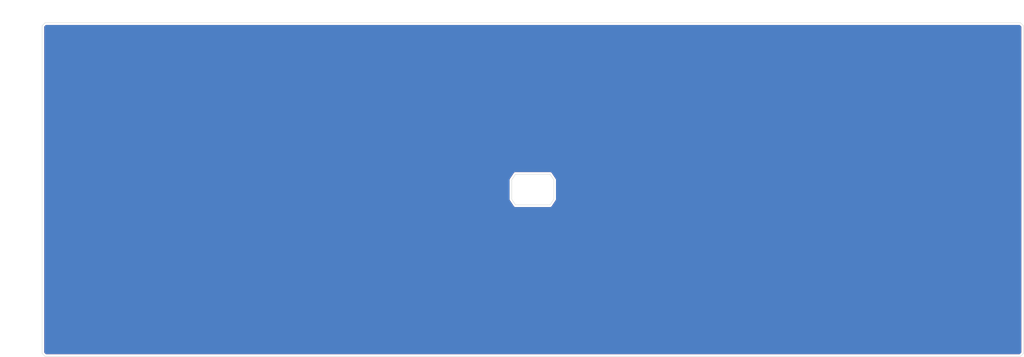
<source format=kicad_pcb>
(kicad_pcb (version 20171130) (host pcbnew "(5.0.1)-3")

  (general
    (thickness 1.6)
    (drawings 23)
    (tracks 0)
    (zones 0)
    (modules 1)
    (nets 1)
  )

  (page A4)
  (layers
    (0 F.Cu signal)
    (31 B.Cu signal)
    (32 B.Adhes user)
    (33 F.Adhes user)
    (34 B.Paste user)
    (35 F.Paste user)
    (36 B.SilkS user)
    (37 F.SilkS user)
    (38 B.Mask user)
    (39 F.Mask user)
    (40 Dwgs.User user)
    (41 Cmts.User user)
    (42 Eco1.User user)
    (43 Eco2.User user)
    (44 Edge.Cuts user)
    (45 Margin user)
    (46 B.CrtYd user)
    (47 F.CrtYd user)
    (48 B.Fab user)
    (49 F.Fab user)
  )

  (setup
    (last_trace_width 0.25)
    (user_trace_width 0.5)
    (trace_clearance 0.2)
    (zone_clearance 0.508)
    (zone_45_only no)
    (trace_min 0.2)
    (segment_width 0.2)
    (edge_width 0.1)
    (via_size 0.8)
    (via_drill 0.4)
    (via_min_size 0.4)
    (via_min_drill 0.3)
    (uvia_size 0.3)
    (uvia_drill 0.1)
    (uvias_allowed no)
    (uvia_min_size 0.2)
    (uvia_min_drill 0.1)
    (pcb_text_width 0.3)
    (pcb_text_size 1.5 1.5)
    (mod_edge_width 0.15)
    (mod_text_size 1 1)
    (mod_text_width 0.15)
    (pad_size 2.2 2.2)
    (pad_drill 2.2)
    (pad_to_mask_clearance 0)
    (solder_mask_min_width 0.25)
    (aux_axis_origin 0 0)
    (visible_elements 7FFFFFFF)
    (pcbplotparams
      (layerselection 0x010fc_ffffffff)
      (usegerberextensions false)
      (usegerberattributes false)
      (usegerberadvancedattributes false)
      (creategerberjobfile false)
      (excludeedgelayer true)
      (linewidth 0.100000)
      (plotframeref false)
      (viasonmask false)
      (mode 1)
      (useauxorigin false)
      (hpglpennumber 1)
      (hpglpenspeed 20)
      (hpglpendiameter 15.000000)
      (psnegative false)
      (psa4output false)
      (plotreference true)
      (plotvalue true)
      (plotinvisibletext false)
      (padsonsilk false)
      (subtractmaskfromsilk false)
      (outputformat 1)
      (mirror false)
      (drillshape 1)
      (scaleselection 1)
      (outputdirectory ""))
  )

  (net 0 "")

  (net_class Default "これはデフォルトのネット クラスです。"
    (clearance 0.2)
    (trace_width 0.25)
    (via_dia 0.8)
    (via_drill 0.4)
    (uvia_dia 0.3)
    (uvia_drill 0.1)
  )

  (module logos:salicylic-acid2m (layer B.Cu) (tedit 0) (tstamp 5CB4D529)
    (at 263 136.15 180)
    (fp_text reference G*** (at 0 0 180) (layer B.SilkS) hide
      (effects (font (size 1.524 1.524) (thickness 0.3)) (justify mirror))
    )
    (fp_text value LOGO (at 0.75 0 180) (layer B.SilkS) hide
      (effects (font (size 1.524 1.524) (thickness 0.3)) (justify mirror))
    )
    (fp_poly (pts (xy -3.65284 0.356344) (xy -3.567656 0.310362) (xy -3.437364 0.238461) (xy -3.268797 0.144517)
      (xy -3.068786 0.032406) (xy -2.844164 -0.093997) (xy -2.601763 -0.230816) (xy -2.348415 -0.374176)
      (xy -2.090952 -0.5202) (xy -1.836207 -0.665014) (xy -1.591011 -0.804741) (xy -1.362197 -0.935507)
      (xy -1.156598 -1.053436) (xy -0.981044 -1.154651) (xy -0.842369 -1.235278) (xy -0.747405 -1.291442)
      (xy -0.702983 -1.319265) (xy -0.701264 -1.32061) (xy -0.696339 -1.363601) (xy -0.720718 -1.436348)
      (xy -0.723725 -1.442496) (xy -0.772268 -1.540486) (xy -0.82692 -1.6523) (xy -0.834496 -1.667934)
      (xy -0.880207 -1.746379) (xy -0.920609 -1.78973) (xy -0.930568 -1.792865) (xy -0.965912 -1.776084)
      (xy -1.054243 -1.728709) (xy -1.189852 -1.653945) (xy -1.367026 -1.554997) (xy -1.580058 -1.435073)
      (xy -1.823236 -1.297376) (xy -2.090851 -1.145114) (xy -2.377192 -0.981491) (xy -2.443695 -0.943392)
      (xy -3.92219 -0.095988) (xy -3.818719 0.138272) (xy -3.765637 0.250351) (xy -3.719576 0.333211)
      (xy -3.689203 0.371544) (xy -3.686084 0.372533) (xy -3.65284 0.356344)) (layer B.Mask) (width 0.01))
    (fp_poly (pts (xy -6.333067 -5.08) (xy -6.841067 -5.08) (xy -6.841067 -1.490134) (xy -6.333067 -1.490134)
      (xy -6.333067 -5.08)) (layer B.Mask) (width 0.01))
    (fp_poly (pts (xy -0.963019 -4.611786) (xy -0.926551 -4.665818) (xy -0.876676 -4.759859) (xy -0.835438 -4.848434)
      (xy -0.751418 -5.040201) (xy -2.167875 -5.889834) (xy -2.449622 -6.058466) (xy -2.713966 -6.21597)
      (xy -2.955188 -6.358989) (xy -3.167566 -6.484166) (xy -3.345383 -6.588142) (xy -3.482919 -6.66756)
      (xy -3.574454 -6.719063) (xy -3.61427 -6.739293) (xy -3.615185 -6.739467) (xy -3.644264 -6.711373)
      (xy -3.692483 -6.637233) (xy -3.750085 -6.532265) (xy -3.757839 -6.516979) (xy -3.809251 -6.403693)
      (xy -3.838827 -6.31565) (xy -3.841263 -6.269008) (xy -3.839819 -6.267252) (xy -3.805565 -6.244922)
      (xy -3.718884 -6.191429) (xy -3.585549 -6.110256) (xy -3.411335 -6.004888) (xy -3.202016 -5.878809)
      (xy -2.963365 -5.735502) (xy -2.701157 -5.578452) (xy -2.421165 -5.411143) (xy -2.40829 -5.403459)
      (xy -2.078176 -5.206878) (xy -1.801336 -5.043108) (xy -1.573235 -4.909664) (xy -1.389335 -4.804061)
      (xy -1.245102 -4.723815) (xy -1.135999 -4.666441) (xy -1.057489 -4.629454) (xy -1.005038 -4.61037)
      (xy -0.974109 -4.606703) (xy -0.963019 -4.611786)) (layer B.Mask) (width 0.01))
    (fp_poly (pts (xy 1.6256 5.249333) (xy 2.404533 5.249333) (xy 2.404533 5.9944) (xy 2.709333 5.9944)
      (xy 2.709333 4.1656) (xy 2.404533 4.1656) (xy 2.404533 4.9784) (xy 1.6256 4.9784)
      (xy 1.6256 4.1656) (xy 1.3208 4.1656) (xy 1.3208 5.9944) (xy 1.6256 5.9944)
      (xy 1.6256 5.249333)) (layer B.Mask) (width 0.01))
    (fp_poly (pts (xy 0.39018 5.963724) (xy 0.582265 5.872552) (xy 0.739466 5.736759) (xy 0.74608 5.728892)
      (xy 0.855823 5.547013) (xy 0.922974 5.329541) (xy 0.947294 5.093742) (xy 0.928546 4.856879)
      (xy 0.86649 4.636218) (xy 0.763707 4.452695) (xy 0.620093 4.314337) (xy 0.437727 4.212464)
      (xy 0.236373 4.154134) (xy 0.035792 4.146405) (xy -0.0508 4.161793) (xy -0.246948 4.242568)
      (xy -0.420901 4.370646) (xy -0.557295 4.531876) (xy -0.638029 4.702672) (xy -0.663294 4.838075)
      (xy -0.675039 5.011829) (xy -0.674383 5.08) (xy -0.353644 5.08) (xy -0.335157 4.8514)
      (xy -0.277725 4.673039) (xy -0.178393 4.537775) (xy -0.105059 4.479313) (xy 0.049296 4.414016)
      (xy 0.211255 4.414069) (xy 0.364068 4.475633) (xy 0.483803 4.583628) (xy 0.562696 4.736771)
      (xy 0.602705 4.939877) (xy 0.608856 5.077774) (xy 0.587917 5.307022) (xy 0.526115 5.494861)
      (xy 0.427175 5.636031) (xy 0.294819 5.725268) (xy 0.132771 5.75731) (xy 0.128011 5.757333)
      (xy -0.032781 5.726611) (xy -0.165581 5.63842) (xy -0.266146 5.498724) (xy -0.330238 5.313487)
      (xy -0.353615 5.088672) (xy -0.353644 5.08) (xy -0.674383 5.08) (xy -0.673265 5.195915)
      (xy -0.657971 5.362315) (xy -0.638029 5.457327) (xy -0.565434 5.609312) (xy -0.44788 5.759249)
      (xy -0.304955 5.884552) (xy -0.224961 5.933591) (xy -0.030476 5.997836) (xy 0.180252 6.006682)
      (xy 0.39018 5.963724)) (layer B.Mask) (width 0.01))
    (fp_poly (pts (xy -1.574087 5.963724) (xy -1.382001 5.872552) (xy -1.224801 5.736759) (xy -1.218186 5.728892)
      (xy -1.108444 5.547013) (xy -1.041293 5.329541) (xy -1.016972 5.093742) (xy -1.035721 4.856879)
      (xy -1.097777 4.636218) (xy -1.20056 4.452695) (xy -1.344173 4.314337) (xy -1.526539 4.212464)
      (xy -1.727894 4.154134) (xy -1.928474 4.146405) (xy -2.015067 4.161793) (xy -2.211214 4.242568)
      (xy -2.385167 4.370646) (xy -2.521561 4.531876) (xy -2.602296 4.702672) (xy -2.62756 4.838075)
      (xy -2.639306 5.011829) (xy -2.638649 5.08) (xy -2.31791 5.08) (xy -2.299423 4.8514)
      (xy -2.241992 4.673039) (xy -2.14266 4.537775) (xy -2.069325 4.479313) (xy -1.914971 4.414016)
      (xy -1.753012 4.414069) (xy -1.600199 4.475633) (xy -1.480464 4.583628) (xy -1.40157 4.736771)
      (xy -1.361562 4.939877) (xy -1.355411 5.077774) (xy -1.37635 5.307022) (xy -1.438151 5.494861)
      (xy -1.537092 5.636031) (xy -1.669448 5.725268) (xy -1.831496 5.75731) (xy -1.836256 5.757333)
      (xy -1.997048 5.726611) (xy -2.129847 5.63842) (xy -2.230413 5.498724) (xy -2.294505 5.313487)
      (xy -2.317882 5.088672) (xy -2.31791 5.08) (xy -2.638649 5.08) (xy -2.637531 5.195915)
      (xy -2.622238 5.362315) (xy -2.602296 5.457327) (xy -2.5297 5.609312) (xy -2.412146 5.759249)
      (xy -2.269222 5.884552) (xy -2.189228 5.933591) (xy -1.994743 5.997836) (xy -1.784015 6.006682)
      (xy -1.574087 5.963724)) (layer B.Mask) (width 0.01))
    (fp_poly (pts (xy -3.513912 5.996729) (xy -3.481824 5.99047) (xy -3.299844 5.919186) (xy -3.145072 5.794821)
      (xy -3.031057 5.630636) (xy -2.983686 5.502882) (xy -2.96295 5.386683) (xy -2.978516 5.319625)
      (xy -3.037668 5.289646) (xy -3.115733 5.284237) (xy -3.205445 5.29598) (xy -3.263765 5.341477)
      (xy -3.308281 5.436134) (xy -3.316286 5.459892) (xy -3.394096 5.605264) (xy -3.511959 5.707072)
      (xy -3.656608 5.75498) (xy -3.69805 5.757333) (xy -3.79304 5.74779) (xy -3.871441 5.710215)
      (xy -3.961044 5.631189) (xy -3.962666 5.62957) (xy -4.074283 5.474384) (xy -4.143541 5.285438)
      (xy -4.17019 5.079507) (xy -4.153981 4.873368) (xy -4.094664 4.683796) (xy -3.991992 4.527567)
      (xy -3.979229 4.514322) (xy -3.900817 4.445568) (xy -3.825884 4.412557) (xy -3.722605 4.402891)
      (xy -3.692627 4.402667) (xy -3.577353 4.40962) (xy -3.481321 4.427297) (xy -3.449295 4.439266)
      (xy -3.389265 4.49777) (xy -3.328127 4.597187) (xy -3.278512 4.712104) (xy -3.25305 4.817109)
      (xy -3.251944 4.836322) (xy -3.245415 4.8831) (xy -3.215242 4.904188) (xy -3.143769 4.906988)
      (xy -3.090333 4.904055) (xy -2.993638 4.895308) (xy -2.947783 4.877182) (xy -2.935944 4.83726)
      (xy -2.938665 4.792133) (xy -2.98558 4.58634) (xy -3.081286 4.407069) (xy -3.216629 4.266419)
      (xy -3.382454 4.176492) (xy -3.411141 4.167636) (xy -3.612631 4.136467) (xy -3.822642 4.145357)
      (xy -3.975108 4.181487) (xy -4.15201 4.278434) (xy -4.295178 4.424273) (xy -4.402235 4.607856)
      (xy -4.470805 4.818037) (xy -4.49851 5.043669) (xy -4.482972 5.273605) (xy -4.421815 5.496699)
      (xy -4.312662 5.701803) (xy -4.302408 5.716241) (xy -4.153171 5.866997) (xy -3.965945 5.966024)
      (xy -3.749826 6.010281) (xy -3.513912 5.996729)) (layer B.Mask) (width 0.01))
    (fp_poly (pts (xy 4.910667 1.016) (xy 5.6896 1.016) (xy 5.6896 1.761066) (xy 5.9944 1.761066)
      (xy 5.9944 -0.067733) (xy 5.6896 -0.067733) (xy 5.6896 0.745067) (xy 4.910667 0.745067)
      (xy 4.910667 -0.067733) (xy 4.605867 -0.067733) (xy 4.605867 1.761066) (xy 4.910667 1.761066)
      (xy 4.910667 1.016)) (layer B.Mask) (width 0.01))
    (fp_poly (pts (xy 3.675246 1.73039) (xy 3.867332 1.639218) (xy 4.024533 1.503426) (xy 4.031147 1.495559)
      (xy 4.14089 1.31368) (xy 4.20804 1.096208) (xy 4.232361 0.860408) (xy 4.213612 0.623545)
      (xy 4.151556 0.402885) (xy 4.048774 0.219361) (xy 3.90516 0.081003) (xy 3.722794 -0.02087)
      (xy 3.521439 -0.0792) (xy 3.320859 -0.086928) (xy 3.234267 -0.071541) (xy 3.038119 0.009234)
      (xy 2.864166 0.137312) (xy 2.727772 0.298542) (xy 2.647037 0.469339) (xy 2.621773 0.604741)
      (xy 2.610028 0.778495) (xy 2.610684 0.846667) (xy 2.931423 0.846667) (xy 2.94991 0.618067)
      (xy 3.007342 0.439706) (xy 3.106674 0.304441) (xy 3.180008 0.24598) (xy 3.334363 0.180682)
      (xy 3.496322 0.180736) (xy 3.649135 0.2423) (xy 3.76887 0.350294) (xy 3.847763 0.503438)
      (xy 3.887772 0.706544) (xy 3.893923 0.844441) (xy 3.872984 1.073688) (xy 3.811182 1.261528)
      (xy 3.712241 1.402697) (xy 3.579885 1.491935) (xy 3.417837 1.523977) (xy 3.413077 1.524)
      (xy 3.252285 1.493278) (xy 3.119486 1.405087) (xy 3.01892 1.265391) (xy 2.954828 1.080154)
      (xy 2.931452 0.855339) (xy 2.931423 0.846667) (xy 2.610684 0.846667) (xy 2.611802 0.962582)
      (xy 2.627095 1.128982) (xy 2.647037 1.223994) (xy 2.719633 1.375979) (xy 2.837187 1.525915)
      (xy 2.980112 1.651218) (xy 3.060105 1.700257) (xy 3.254591 1.764502) (xy 3.465319 1.773349)
      (xy 3.675246 1.73039)) (layer B.Mask) (width 0.01))
    (fp_poly (pts (xy -3.471333 1.103234) (xy -1.829736 0.164989) (xy -1.471231 -0.039602) (xy -1.166793 -0.212541)
      (xy -0.911923 -0.3562) (xy -0.702121 -0.472955) (xy -0.532889 -0.565179) (xy -0.399727 -0.635245)
      (xy -0.298136 -0.68553) (xy -0.223618 -0.718405) (xy -0.171672 -0.736245) (xy -0.1378 -0.741425)
      (xy -0.119469 -0.737446) (xy -0.074873 -0.712685) (xy 0.021288 -0.658257) (xy 0.161856 -0.578248)
      (xy 0.339671 -0.476746) (xy 0.547573 -0.357836) (xy 0.778405 -0.225604) (xy 0.999181 -0.098961)
      (xy 1.243753 0.04113) (xy 1.471258 0.170889) (xy 1.674653 0.28634) (xy 1.846894 0.38351)
      (xy 1.980937 0.458422) (xy 2.069739 0.507104) (xy 2.105281 0.525251) (xy 2.143652 0.522078)
      (xy 2.189616 0.478224) (xy 2.250963 0.384977) (xy 2.287266 0.321718) (xy 2.347366 0.203834)
      (xy 2.381394 0.114719) (xy 2.384235 0.067986) (xy 2.383126 0.066646) (xy 2.347745 0.043424)
      (xy 2.260322 -0.009398) (xy 2.127647 -0.08785) (xy 1.956505 -0.18796) (xy 1.753684 -0.305758)
      (xy 1.525973 -0.437272) (xy 1.286628 -0.574825) (xy 0.220133 -1.186291) (xy 0.2032 -3.255626)
      (xy 0.186266 -5.32496) (xy -1.769889 -6.52328) (xy -2.100463 -6.725708) (xy -2.413733 -6.917386)
      (xy -2.704973 -7.095433) (xy -2.96946 -7.25697) (xy -3.202469 -7.399114) (xy -3.399275 -7.518985)
      (xy -3.555155 -7.613702) (xy -3.665384 -7.680384) (xy -3.725237 -7.716149) (xy -3.734989 -7.7216)
      (xy -3.765109 -7.705208) (xy -3.849177 -7.657861) (xy -3.982382 -7.582302) (xy -4.159917 -7.481273)
      (xy -4.376971 -7.357518) (xy -4.628736 -7.21378) (xy -4.910403 -7.052801) (xy -5.217164 -6.877325)
      (xy -5.544208 -6.690095) (xy -5.732766 -6.582082) (xy -7.7216 -5.442565) (xy -7.720373 -3.220816)
      (xy -7.719258 -1.202267) (xy -7.177965 -1.202267) (xy -7.170383 -3.196828) (xy -7.1628 -5.191388)
      (xy -5.452533 -6.164709) (xy -3.742267 -7.138029) (xy -3.623734 -7.075699) (xy -3.572434 -7.04711)
      (xy -3.468465 -6.987798) (xy -3.317679 -6.901146) (xy -3.125925 -6.790536) (xy -2.899057 -6.65935)
      (xy -2.642925 -6.51097) (xy -2.363381 -6.348776) (xy -2.066277 -6.176152) (xy -1.913467 -6.087275)
      (xy -0.321734 -5.161179) (xy -0.314197 -3.16479) (xy -0.306661 -1.1684) (xy -2.000492 -0.2032)
      (xy -2.311764 -0.026113) (xy -2.606198 0.140842) (xy -2.878408 0.294649) (xy -3.12301 0.432292)
      (xy -3.33462 0.550754) (xy -3.507853 0.647019) (xy -3.637324 0.71807) (xy -3.717649 0.760893)
      (xy -3.742831 0.772783) (xy -3.78016 0.758056) (xy -3.870469 0.71184) (xy -4.008439 0.637136)
      (xy -4.188754 0.53694) (xy -4.406097 0.414251) (xy -4.65515 0.272068) (xy -4.930594 0.113388)
      (xy -5.227114 -0.05879) (xy -5.484652 -0.20935) (xy -7.177965 -1.202267) (xy -7.719258 -1.202267)
      (xy -7.719145 -0.999067) (xy -5.857756 0.084667) (xy -3.996367 1.1684) (xy -3.996267 3.8608)
      (xy -3.489027 3.8608) (xy -3.471333 1.103234)) (layer B.Mask) (width 0.01))
  )

  (dimension 43.5 (width 0.3) (layer Dwgs.User)
    (gr_text "43.500 mm" (at 148.6 82 90) (layer Dwgs.User)
      (effects (font (size 1.5 1.5) (thickness 0.3)))
    )
    (feature1 (pts (xy 146.5 60.25) (xy 147.086421 60.25)))
    (feature2 (pts (xy 146.5 103.75) (xy 147.086421 103.75)))
    (crossbar (pts (xy 146.5 103.75) (xy 146.5 60.25)))
    (arrow1a (pts (xy 146.5 60.25) (xy 147.086421 61.376504)))
    (arrow1b (pts (xy 146.5 60.25) (xy 145.913579 61.376504)))
    (arrow2a (pts (xy 146.5 103.75) (xy 147.086421 102.623496)))
    (arrow2b (pts (xy 146.5 103.75) (xy 145.913579 102.623496)))
  )
  (dimension 87 (width 0.3) (layer Dwgs.User)
    (gr_text "87.000 mm" (at 13.050547 103.75 270) (layer Dwgs.User)
      (effects (font (size 1.5 1.5) (thickness 0.3)))
    )
    (feature1 (pts (xy 18.5 147.25) (xy 14.564126 147.25)))
    (feature2 (pts (xy 18.5 60.25) (xy 14.564126 60.25)))
    (crossbar (pts (xy 15.150547 60.25) (xy 15.150547 147.25)))
    (arrow1a (pts (xy 15.150547 147.25) (xy 14.564126 146.123496)))
    (arrow1b (pts (xy 15.150547 147.25) (xy 15.736968 146.123496)))
    (arrow2a (pts (xy 15.150547 60.25) (xy 14.564126 61.376504)))
    (arrow2b (pts (xy 15.150547 60.25) (xy 15.736968 61.376504)))
  )
  (dimension 9.25 (width 0.3) (layer Dwgs.User)
    (gr_text "9.250 mm" (at 151.125 105.85) (layer Dwgs.User)
      (effects (font (size 1.5 1.5) (thickness 0.3)))
    )
    (feature1 (pts (xy 155.75 103.75) (xy 155.75 104.336421)))
    (feature2 (pts (xy 146.5 103.75) (xy 146.5 104.336421)))
    (crossbar (pts (xy 146.5 103.75) (xy 155.75 103.75)))
    (arrow1a (pts (xy 155.75 103.75) (xy 154.623496 104.336421)))
    (arrow1b (pts (xy 155.75 103.75) (xy 154.623496 103.163579)))
    (arrow2a (pts (xy 146.5 103.75) (xy 147.626504 104.336421)))
    (arrow2b (pts (xy 146.5 103.75) (xy 147.626504 103.163579)))
  )
  (gr_circle (center 146.5 103.75) (end 155.73 104.4) (layer Dwgs.User) (width 0.2))
  (dimension 128 (width 0.3) (layer Dwgs.User)
    (gr_text "128.000 mm" (at 210.5 115) (layer Dwgs.User)
      (effects (font (size 1.5 1.5) (thickness 0.3)))
    )
    (feature1 (pts (xy 146.5 68.75) (xy 146.5 113.486421)))
    (feature2 (pts (xy 274.5 68.75) (xy 274.5 113.486421)))
    (crossbar (pts (xy 274.5 112.9) (xy 146.5 112.9)))
    (arrow1a (pts (xy 146.5 112.9) (xy 147.626504 112.313579)))
    (arrow1b (pts (xy 146.5 112.9) (xy 147.626504 113.486421)))
    (arrow2a (pts (xy 274.5 112.9) (xy 273.373496 112.313579)))
    (arrow2b (pts (xy 274.5 112.9) (xy 273.373496 113.486421)))
  )
  (gr_line (start 142 107.75) (end 141 106.25) (layer Edge.Cuts) (width 0.1))
  (gr_line (start 141 101.25) (end 142 99.75) (layer Edge.Cuts) (width 0.1))
  (gr_line (start 152 101.25) (end 151 99.75) (layer Edge.Cuts) (width 0.1))
  (gr_line (start 151 107.75) (end 152 106.25) (layer Edge.Cuts) (width 0.1))
  (gr_line (start 18.5 61) (end 19.25 60.25) (layer Edge.Cuts) (width 0.1) (tstamp 5C55A344))
  (gr_line (start 274.5 61) (end 273.75 60.25) (layer Edge.Cuts) (width 0.1) (tstamp 5C55A339))
  (dimension 256 (width 0.3) (layer Dwgs.User)
    (gr_text "256.000 mm" (at 146.5 55.4) (layer Dwgs.User)
      (effects (font (size 1.5 1.5) (thickness 0.3)))
    )
    (feature1 (pts (xy 274.5 60.5) (xy 274.5 56.913579)))
    (feature2 (pts (xy 18.5 60.5) (xy 18.5 56.913579)))
    (crossbar (pts (xy 18.5 57.5) (xy 274.5 57.5)))
    (arrow1a (pts (xy 274.5 57.5) (xy 273.373496 58.086421)))
    (arrow1b (pts (xy 274.5 57.5) (xy 273.373496 56.913579)))
    (arrow2a (pts (xy 18.5 57.5) (xy 19.626504 58.086421)))
    (arrow2b (pts (xy 18.5 57.5) (xy 19.626504 56.913579)))
  )
  (gr_line (start 141 106.25) (end 141 101.25) (layer Edge.Cuts) (width 0.1))
  (gr_line (start 151 107.75) (end 142 107.75) (layer Edge.Cuts) (width 0.1))
  (gr_line (start 142 99.75) (end 151 99.75) (layer Edge.Cuts) (width 0.1))
  (gr_line (start 152 106.25) (end 152 101.25) (layer Edge.Cuts) (width 0.1))
  (gr_line (start 19.25 60.25) (end 273.75 60.25) (layer Edge.Cuts) (width 0.1))
  (gr_line (start 273.75 147.25) (end 274.5 146.5) (layer Edge.Cuts) (width 0.1))
  (gr_line (start 19.25 147.25) (end 18.5 146.5) (layer Edge.Cuts) (width 0.1))
  (gr_line (start 19.25 147.25) (end 19.5 147.25) (layer Edge.Cuts) (width 0.1))
  (gr_line (start 18.5 146.5) (end 18.5 61) (layer Edge.Cuts) (width 0.1))
  (gr_line (start 273.75 147.25) (end 19.5 147.25) (layer Edge.Cuts) (width 0.1))
  (gr_line (start 274.5 61) (end 274.5 146.5) (layer Edge.Cuts) (width 0.1))

  (zone (net 0) (net_name "") (layers F&B.Cu) (tstamp 0) (hatch edge 0.508)
    (connect_pads (clearance 0.508))
    (min_thickness 0.254)
    (keepout (tracks not_allowed) (vias not_allowed) (copperpour not_allowed))
    (fill (arc_segments 16) (thermal_gap 0.508) (thermal_bridge_width 0.508))
    (polygon
      (pts
        (xy 142 107.75) (xy 151 107.75) (xy 152 106.25) (xy 152 101.25) (xy 151 99.75)
        (xy 142 99.75) (xy 141 101.25) (xy 141 106.25)
      )
    )
  )
  (zone (net 0) (net_name "") (layer F.Cu) (tstamp 0) (hatch edge 0.508)
    (connect_pads (clearance 0.508))
    (min_thickness 0.254)
    (fill yes (arc_segments 16) (thermal_gap 0.508) (thermal_bridge_width 0.508))
    (polygon
      (pts
        (xy 273.75 60.25) (xy 19.25 60.25) (xy 18.5 61) (xy 18.5 146.5) (xy 19.25 147.25)
        (xy 273.75 147.25) (xy 274.5 146.5) (xy 274.5 61)
      )
    )
    (filled_polygon
      (pts
        (xy 273.815 61.283736) (xy 273.815001 146.216263) (xy 273.466265 146.565) (xy 19.533736 146.565) (xy 19.185 146.216265)
        (xy 19.185 101.114462) (xy 140.31486 101.114462) (xy 140.315001 101.249744) (xy 140.315 106.25119) (xy 140.31486 106.385538)
        (xy 140.341254 106.449448) (xy 140.354745 106.517272) (xy 140.429976 106.629863) (xy 141.354673 108.016911) (xy 141.354745 108.017273)
        (xy 141.429585 108.129279) (xy 141.467466 108.186101) (xy 141.467726 108.186361) (xy 141.506143 108.243857) (xy 141.563038 108.281873)
        (xy 141.611371 108.330307) (xy 141.675229 108.356837) (xy 141.732727 108.395255) (xy 141.799838 108.408604) (xy 141.863028 108.434856)
        (xy 141.932178 108.434928) (xy 141.932538 108.435) (xy 142.000717 108.435) (xy 142.135538 108.435141) (xy 142.135879 108.435)
        (xy 150.864123 108.435) (xy 150.864462 108.43514) (xy 150.998797 108.435) (xy 151.067462 108.435) (xy 151.067824 108.434928)
        (xy 151.136971 108.434856) (xy 151.20016 108.408605) (xy 151.267273 108.395255) (xy 151.324772 108.356835) (xy 151.388628 108.330307)
        (xy 151.436959 108.281875) (xy 151.493857 108.243857) (xy 151.532276 108.186358) (xy 151.532533 108.186101) (xy 151.569999 108.129902)
        (xy 151.645255 108.017273) (xy 151.645327 108.01691) (xy 152.570218 106.629574) (xy 152.645255 106.517273) (xy 152.658746 106.449452)
        (xy 152.685141 106.385539) (xy 152.685 106.250718) (xy 152.685 101.249282) (xy 152.685141 101.114461) (xy 152.658746 101.050548)
        (xy 152.645255 100.982727) (xy 152.569999 100.870098) (xy 151.645327 99.48309) (xy 151.645255 99.482727) (xy 151.569999 99.370098)
        (xy 151.532533 99.313899) (xy 151.532276 99.313642) (xy 151.493857 99.256143) (xy 151.436959 99.218125) (xy 151.388628 99.169693)
        (xy 151.324772 99.143165) (xy 151.267273 99.104745) (xy 151.20016 99.091395) (xy 151.136971 99.065144) (xy 151.067824 99.065072)
        (xy 151.067462 99.065) (xy 150.998797 99.065) (xy 150.864462 99.06486) (xy 150.864123 99.065) (xy 142.135879 99.065)
        (xy 142.135538 99.064859) (xy 142.000717 99.065) (xy 141.932538 99.065) (xy 141.932178 99.065072) (xy 141.863028 99.065144)
        (xy 141.799838 99.091396) (xy 141.732727 99.104745) (xy 141.675229 99.143163) (xy 141.611371 99.169693) (xy 141.563038 99.218127)
        (xy 141.506143 99.256143) (xy 141.467726 99.313639) (xy 141.467466 99.313899) (xy 141.429585 99.370721) (xy 141.354745 99.482727)
        (xy 141.354673 99.483089) (xy 140.429829 100.870357) (xy 140.354746 100.982727) (xy 140.341255 101.050549) (xy 140.31486 101.114462)
        (xy 19.185 101.114462) (xy 19.185 61.283735) (xy 19.533736 60.935) (xy 273.466265 60.935)
      )
    )
  )
  (zone (net 0) (net_name "") (layer B.Cu) (tstamp 0) (hatch edge 0.508)
    (connect_pads (clearance 0.508))
    (min_thickness 0.254)
    (fill yes (arc_segments 16) (thermal_gap 0.508) (thermal_bridge_width 0.508))
    (polygon
      (pts
        (xy 273.75 60.25) (xy 19.25 60.25) (xy 18.5 61) (xy 18.5 146.5) (xy 19.25 147.25)
        (xy 273.75 147.25) (xy 274.5 146.5) (xy 274.5 61)
      )
    )
    (filled_polygon
      (pts
        (xy 273.815 61.283736) (xy 273.815001 146.216263) (xy 273.466265 146.565) (xy 19.533736 146.565) (xy 19.185 146.216265)
        (xy 19.185 101.114462) (xy 140.31486 101.114462) (xy 140.315001 101.249744) (xy 140.315 106.25119) (xy 140.31486 106.385538)
        (xy 140.341254 106.449448) (xy 140.354745 106.517272) (xy 140.429976 106.629863) (xy 141.354673 108.016911) (xy 141.354745 108.017273)
        (xy 141.429585 108.129279) (xy 141.467466 108.186101) (xy 141.467726 108.186361) (xy 141.506143 108.243857) (xy 141.563038 108.281873)
        (xy 141.611371 108.330307) (xy 141.675229 108.356837) (xy 141.732727 108.395255) (xy 141.799838 108.408604) (xy 141.863028 108.434856)
        (xy 141.932178 108.434928) (xy 141.932538 108.435) (xy 142.000717 108.435) (xy 142.135538 108.435141) (xy 142.135879 108.435)
        (xy 150.864123 108.435) (xy 150.864462 108.43514) (xy 150.998797 108.435) (xy 151.067462 108.435) (xy 151.067824 108.434928)
        (xy 151.136971 108.434856) (xy 151.20016 108.408605) (xy 151.267273 108.395255) (xy 151.324772 108.356835) (xy 151.388628 108.330307)
        (xy 151.436959 108.281875) (xy 151.493857 108.243857) (xy 151.532276 108.186358) (xy 151.532533 108.186101) (xy 151.569999 108.129902)
        (xy 151.645255 108.017273) (xy 151.645327 108.01691) (xy 152.570218 106.629574) (xy 152.645255 106.517273) (xy 152.658746 106.449452)
        (xy 152.685141 106.385539) (xy 152.685 106.250718) (xy 152.685 101.249282) (xy 152.685141 101.114461) (xy 152.658746 101.050548)
        (xy 152.645255 100.982727) (xy 152.569999 100.870098) (xy 151.645327 99.48309) (xy 151.645255 99.482727) (xy 151.569999 99.370098)
        (xy 151.532533 99.313899) (xy 151.532276 99.313642) (xy 151.493857 99.256143) (xy 151.436959 99.218125) (xy 151.388628 99.169693)
        (xy 151.324772 99.143165) (xy 151.267273 99.104745) (xy 151.20016 99.091395) (xy 151.136971 99.065144) (xy 151.067824 99.065072)
        (xy 151.067462 99.065) (xy 150.998797 99.065) (xy 150.864462 99.06486) (xy 150.864123 99.065) (xy 142.135879 99.065)
        (xy 142.135538 99.064859) (xy 142.000717 99.065) (xy 141.932538 99.065) (xy 141.932178 99.065072) (xy 141.863028 99.065144)
        (xy 141.799838 99.091396) (xy 141.732727 99.104745) (xy 141.675229 99.143163) (xy 141.611371 99.169693) (xy 141.563038 99.218127)
        (xy 141.506143 99.256143) (xy 141.467726 99.313639) (xy 141.467466 99.313899) (xy 141.429585 99.370721) (xy 141.354745 99.482727)
        (xy 141.354673 99.483089) (xy 140.429829 100.870357) (xy 140.354746 100.982727) (xy 140.341255 101.050549) (xy 140.31486 101.114462)
        (xy 19.185 101.114462) (xy 19.185 61.283735) (xy 19.533736 60.935) (xy 273.466265 60.935)
      )
    )
  )
)

</source>
